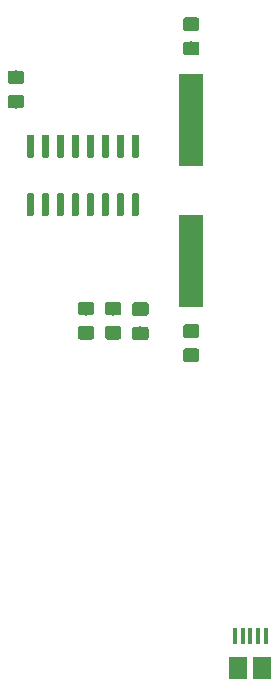
<source format=gbr>
%TF.GenerationSoftware,KiCad,Pcbnew,(5.1.2-1)-1*%
%TF.CreationDate,2019-08-17T10:29:18+10:00*%
%TF.ProjectId,GreengrassEntryHardware,47726565-6e67-4726-9173-73456e747279,v1.0*%
%TF.SameCoordinates,Original*%
%TF.FileFunction,Paste,Top*%
%TF.FilePolarity,Positive*%
%FSLAX46Y46*%
G04 Gerber Fmt 4.6, Leading zero omitted, Abs format (unit mm)*
G04 Created by KiCad (PCBNEW (5.1.2-1)-1) date 2019-08-17 10:29:18*
%MOMM*%
%LPD*%
G04 APERTURE LIST*
%ADD10C,0.150000*%
%ADD11C,0.600000*%
%ADD12C,1.150000*%
%ADD13R,2.000000X7.875000*%
%ADD14R,1.500000X1.900000*%
%ADD15R,0.400000X1.350000*%
G04 APERTURE END LIST*
D10*
G36*
X163844703Y-84925722D02*
G01*
X163859264Y-84927882D01*
X163873543Y-84931459D01*
X163887403Y-84936418D01*
X163900710Y-84942712D01*
X163913336Y-84950280D01*
X163925159Y-84959048D01*
X163936066Y-84968934D01*
X163945952Y-84979841D01*
X163954720Y-84991664D01*
X163962288Y-85004290D01*
X163968582Y-85017597D01*
X163973541Y-85031457D01*
X163977118Y-85045736D01*
X163979278Y-85060297D01*
X163980000Y-85075000D01*
X163980000Y-86725000D01*
X163979278Y-86739703D01*
X163977118Y-86754264D01*
X163973541Y-86768543D01*
X163968582Y-86782403D01*
X163962288Y-86795710D01*
X163954720Y-86808336D01*
X163945952Y-86820159D01*
X163936066Y-86831066D01*
X163925159Y-86840952D01*
X163913336Y-86849720D01*
X163900710Y-86857288D01*
X163887403Y-86863582D01*
X163873543Y-86868541D01*
X163859264Y-86872118D01*
X163844703Y-86874278D01*
X163830000Y-86875000D01*
X163530000Y-86875000D01*
X163515297Y-86874278D01*
X163500736Y-86872118D01*
X163486457Y-86868541D01*
X163472597Y-86863582D01*
X163459290Y-86857288D01*
X163446664Y-86849720D01*
X163434841Y-86840952D01*
X163423934Y-86831066D01*
X163414048Y-86820159D01*
X163405280Y-86808336D01*
X163397712Y-86795710D01*
X163391418Y-86782403D01*
X163386459Y-86768543D01*
X163382882Y-86754264D01*
X163380722Y-86739703D01*
X163380000Y-86725000D01*
X163380000Y-85075000D01*
X163380722Y-85060297D01*
X163382882Y-85045736D01*
X163386459Y-85031457D01*
X163391418Y-85017597D01*
X163397712Y-85004290D01*
X163405280Y-84991664D01*
X163414048Y-84979841D01*
X163423934Y-84968934D01*
X163434841Y-84959048D01*
X163446664Y-84950280D01*
X163459290Y-84942712D01*
X163472597Y-84936418D01*
X163486457Y-84931459D01*
X163500736Y-84927882D01*
X163515297Y-84925722D01*
X163530000Y-84925000D01*
X163830000Y-84925000D01*
X163844703Y-84925722D01*
X163844703Y-84925722D01*
G37*
D11*
X163680000Y-85900000D03*
D10*
G36*
X165114703Y-84925722D02*
G01*
X165129264Y-84927882D01*
X165143543Y-84931459D01*
X165157403Y-84936418D01*
X165170710Y-84942712D01*
X165183336Y-84950280D01*
X165195159Y-84959048D01*
X165206066Y-84968934D01*
X165215952Y-84979841D01*
X165224720Y-84991664D01*
X165232288Y-85004290D01*
X165238582Y-85017597D01*
X165243541Y-85031457D01*
X165247118Y-85045736D01*
X165249278Y-85060297D01*
X165250000Y-85075000D01*
X165250000Y-86725000D01*
X165249278Y-86739703D01*
X165247118Y-86754264D01*
X165243541Y-86768543D01*
X165238582Y-86782403D01*
X165232288Y-86795710D01*
X165224720Y-86808336D01*
X165215952Y-86820159D01*
X165206066Y-86831066D01*
X165195159Y-86840952D01*
X165183336Y-86849720D01*
X165170710Y-86857288D01*
X165157403Y-86863582D01*
X165143543Y-86868541D01*
X165129264Y-86872118D01*
X165114703Y-86874278D01*
X165100000Y-86875000D01*
X164800000Y-86875000D01*
X164785297Y-86874278D01*
X164770736Y-86872118D01*
X164756457Y-86868541D01*
X164742597Y-86863582D01*
X164729290Y-86857288D01*
X164716664Y-86849720D01*
X164704841Y-86840952D01*
X164693934Y-86831066D01*
X164684048Y-86820159D01*
X164675280Y-86808336D01*
X164667712Y-86795710D01*
X164661418Y-86782403D01*
X164656459Y-86768543D01*
X164652882Y-86754264D01*
X164650722Y-86739703D01*
X164650000Y-86725000D01*
X164650000Y-85075000D01*
X164650722Y-85060297D01*
X164652882Y-85045736D01*
X164656459Y-85031457D01*
X164661418Y-85017597D01*
X164667712Y-85004290D01*
X164675280Y-84991664D01*
X164684048Y-84979841D01*
X164693934Y-84968934D01*
X164704841Y-84959048D01*
X164716664Y-84950280D01*
X164729290Y-84942712D01*
X164742597Y-84936418D01*
X164756457Y-84931459D01*
X164770736Y-84927882D01*
X164785297Y-84925722D01*
X164800000Y-84925000D01*
X165100000Y-84925000D01*
X165114703Y-84925722D01*
X165114703Y-84925722D01*
G37*
D11*
X164950000Y-85900000D03*
D10*
G36*
X166384703Y-84925722D02*
G01*
X166399264Y-84927882D01*
X166413543Y-84931459D01*
X166427403Y-84936418D01*
X166440710Y-84942712D01*
X166453336Y-84950280D01*
X166465159Y-84959048D01*
X166476066Y-84968934D01*
X166485952Y-84979841D01*
X166494720Y-84991664D01*
X166502288Y-85004290D01*
X166508582Y-85017597D01*
X166513541Y-85031457D01*
X166517118Y-85045736D01*
X166519278Y-85060297D01*
X166520000Y-85075000D01*
X166520000Y-86725000D01*
X166519278Y-86739703D01*
X166517118Y-86754264D01*
X166513541Y-86768543D01*
X166508582Y-86782403D01*
X166502288Y-86795710D01*
X166494720Y-86808336D01*
X166485952Y-86820159D01*
X166476066Y-86831066D01*
X166465159Y-86840952D01*
X166453336Y-86849720D01*
X166440710Y-86857288D01*
X166427403Y-86863582D01*
X166413543Y-86868541D01*
X166399264Y-86872118D01*
X166384703Y-86874278D01*
X166370000Y-86875000D01*
X166070000Y-86875000D01*
X166055297Y-86874278D01*
X166040736Y-86872118D01*
X166026457Y-86868541D01*
X166012597Y-86863582D01*
X165999290Y-86857288D01*
X165986664Y-86849720D01*
X165974841Y-86840952D01*
X165963934Y-86831066D01*
X165954048Y-86820159D01*
X165945280Y-86808336D01*
X165937712Y-86795710D01*
X165931418Y-86782403D01*
X165926459Y-86768543D01*
X165922882Y-86754264D01*
X165920722Y-86739703D01*
X165920000Y-86725000D01*
X165920000Y-85075000D01*
X165920722Y-85060297D01*
X165922882Y-85045736D01*
X165926459Y-85031457D01*
X165931418Y-85017597D01*
X165937712Y-85004290D01*
X165945280Y-84991664D01*
X165954048Y-84979841D01*
X165963934Y-84968934D01*
X165974841Y-84959048D01*
X165986664Y-84950280D01*
X165999290Y-84942712D01*
X166012597Y-84936418D01*
X166026457Y-84931459D01*
X166040736Y-84927882D01*
X166055297Y-84925722D01*
X166070000Y-84925000D01*
X166370000Y-84925000D01*
X166384703Y-84925722D01*
X166384703Y-84925722D01*
G37*
D11*
X166220000Y-85900000D03*
D10*
G36*
X167654703Y-84925722D02*
G01*
X167669264Y-84927882D01*
X167683543Y-84931459D01*
X167697403Y-84936418D01*
X167710710Y-84942712D01*
X167723336Y-84950280D01*
X167735159Y-84959048D01*
X167746066Y-84968934D01*
X167755952Y-84979841D01*
X167764720Y-84991664D01*
X167772288Y-85004290D01*
X167778582Y-85017597D01*
X167783541Y-85031457D01*
X167787118Y-85045736D01*
X167789278Y-85060297D01*
X167790000Y-85075000D01*
X167790000Y-86725000D01*
X167789278Y-86739703D01*
X167787118Y-86754264D01*
X167783541Y-86768543D01*
X167778582Y-86782403D01*
X167772288Y-86795710D01*
X167764720Y-86808336D01*
X167755952Y-86820159D01*
X167746066Y-86831066D01*
X167735159Y-86840952D01*
X167723336Y-86849720D01*
X167710710Y-86857288D01*
X167697403Y-86863582D01*
X167683543Y-86868541D01*
X167669264Y-86872118D01*
X167654703Y-86874278D01*
X167640000Y-86875000D01*
X167340000Y-86875000D01*
X167325297Y-86874278D01*
X167310736Y-86872118D01*
X167296457Y-86868541D01*
X167282597Y-86863582D01*
X167269290Y-86857288D01*
X167256664Y-86849720D01*
X167244841Y-86840952D01*
X167233934Y-86831066D01*
X167224048Y-86820159D01*
X167215280Y-86808336D01*
X167207712Y-86795710D01*
X167201418Y-86782403D01*
X167196459Y-86768543D01*
X167192882Y-86754264D01*
X167190722Y-86739703D01*
X167190000Y-86725000D01*
X167190000Y-85075000D01*
X167190722Y-85060297D01*
X167192882Y-85045736D01*
X167196459Y-85031457D01*
X167201418Y-85017597D01*
X167207712Y-85004290D01*
X167215280Y-84991664D01*
X167224048Y-84979841D01*
X167233934Y-84968934D01*
X167244841Y-84959048D01*
X167256664Y-84950280D01*
X167269290Y-84942712D01*
X167282597Y-84936418D01*
X167296457Y-84931459D01*
X167310736Y-84927882D01*
X167325297Y-84925722D01*
X167340000Y-84925000D01*
X167640000Y-84925000D01*
X167654703Y-84925722D01*
X167654703Y-84925722D01*
G37*
D11*
X167490000Y-85900000D03*
D10*
G36*
X168924703Y-84925722D02*
G01*
X168939264Y-84927882D01*
X168953543Y-84931459D01*
X168967403Y-84936418D01*
X168980710Y-84942712D01*
X168993336Y-84950280D01*
X169005159Y-84959048D01*
X169016066Y-84968934D01*
X169025952Y-84979841D01*
X169034720Y-84991664D01*
X169042288Y-85004290D01*
X169048582Y-85017597D01*
X169053541Y-85031457D01*
X169057118Y-85045736D01*
X169059278Y-85060297D01*
X169060000Y-85075000D01*
X169060000Y-86725000D01*
X169059278Y-86739703D01*
X169057118Y-86754264D01*
X169053541Y-86768543D01*
X169048582Y-86782403D01*
X169042288Y-86795710D01*
X169034720Y-86808336D01*
X169025952Y-86820159D01*
X169016066Y-86831066D01*
X169005159Y-86840952D01*
X168993336Y-86849720D01*
X168980710Y-86857288D01*
X168967403Y-86863582D01*
X168953543Y-86868541D01*
X168939264Y-86872118D01*
X168924703Y-86874278D01*
X168910000Y-86875000D01*
X168610000Y-86875000D01*
X168595297Y-86874278D01*
X168580736Y-86872118D01*
X168566457Y-86868541D01*
X168552597Y-86863582D01*
X168539290Y-86857288D01*
X168526664Y-86849720D01*
X168514841Y-86840952D01*
X168503934Y-86831066D01*
X168494048Y-86820159D01*
X168485280Y-86808336D01*
X168477712Y-86795710D01*
X168471418Y-86782403D01*
X168466459Y-86768543D01*
X168462882Y-86754264D01*
X168460722Y-86739703D01*
X168460000Y-86725000D01*
X168460000Y-85075000D01*
X168460722Y-85060297D01*
X168462882Y-85045736D01*
X168466459Y-85031457D01*
X168471418Y-85017597D01*
X168477712Y-85004290D01*
X168485280Y-84991664D01*
X168494048Y-84979841D01*
X168503934Y-84968934D01*
X168514841Y-84959048D01*
X168526664Y-84950280D01*
X168539290Y-84942712D01*
X168552597Y-84936418D01*
X168566457Y-84931459D01*
X168580736Y-84927882D01*
X168595297Y-84925722D01*
X168610000Y-84925000D01*
X168910000Y-84925000D01*
X168924703Y-84925722D01*
X168924703Y-84925722D01*
G37*
D11*
X168760000Y-85900000D03*
D10*
G36*
X170194703Y-84925722D02*
G01*
X170209264Y-84927882D01*
X170223543Y-84931459D01*
X170237403Y-84936418D01*
X170250710Y-84942712D01*
X170263336Y-84950280D01*
X170275159Y-84959048D01*
X170286066Y-84968934D01*
X170295952Y-84979841D01*
X170304720Y-84991664D01*
X170312288Y-85004290D01*
X170318582Y-85017597D01*
X170323541Y-85031457D01*
X170327118Y-85045736D01*
X170329278Y-85060297D01*
X170330000Y-85075000D01*
X170330000Y-86725000D01*
X170329278Y-86739703D01*
X170327118Y-86754264D01*
X170323541Y-86768543D01*
X170318582Y-86782403D01*
X170312288Y-86795710D01*
X170304720Y-86808336D01*
X170295952Y-86820159D01*
X170286066Y-86831066D01*
X170275159Y-86840952D01*
X170263336Y-86849720D01*
X170250710Y-86857288D01*
X170237403Y-86863582D01*
X170223543Y-86868541D01*
X170209264Y-86872118D01*
X170194703Y-86874278D01*
X170180000Y-86875000D01*
X169880000Y-86875000D01*
X169865297Y-86874278D01*
X169850736Y-86872118D01*
X169836457Y-86868541D01*
X169822597Y-86863582D01*
X169809290Y-86857288D01*
X169796664Y-86849720D01*
X169784841Y-86840952D01*
X169773934Y-86831066D01*
X169764048Y-86820159D01*
X169755280Y-86808336D01*
X169747712Y-86795710D01*
X169741418Y-86782403D01*
X169736459Y-86768543D01*
X169732882Y-86754264D01*
X169730722Y-86739703D01*
X169730000Y-86725000D01*
X169730000Y-85075000D01*
X169730722Y-85060297D01*
X169732882Y-85045736D01*
X169736459Y-85031457D01*
X169741418Y-85017597D01*
X169747712Y-85004290D01*
X169755280Y-84991664D01*
X169764048Y-84979841D01*
X169773934Y-84968934D01*
X169784841Y-84959048D01*
X169796664Y-84950280D01*
X169809290Y-84942712D01*
X169822597Y-84936418D01*
X169836457Y-84931459D01*
X169850736Y-84927882D01*
X169865297Y-84925722D01*
X169880000Y-84925000D01*
X170180000Y-84925000D01*
X170194703Y-84925722D01*
X170194703Y-84925722D01*
G37*
D11*
X170030000Y-85900000D03*
D10*
G36*
X171464703Y-84925722D02*
G01*
X171479264Y-84927882D01*
X171493543Y-84931459D01*
X171507403Y-84936418D01*
X171520710Y-84942712D01*
X171533336Y-84950280D01*
X171545159Y-84959048D01*
X171556066Y-84968934D01*
X171565952Y-84979841D01*
X171574720Y-84991664D01*
X171582288Y-85004290D01*
X171588582Y-85017597D01*
X171593541Y-85031457D01*
X171597118Y-85045736D01*
X171599278Y-85060297D01*
X171600000Y-85075000D01*
X171600000Y-86725000D01*
X171599278Y-86739703D01*
X171597118Y-86754264D01*
X171593541Y-86768543D01*
X171588582Y-86782403D01*
X171582288Y-86795710D01*
X171574720Y-86808336D01*
X171565952Y-86820159D01*
X171556066Y-86831066D01*
X171545159Y-86840952D01*
X171533336Y-86849720D01*
X171520710Y-86857288D01*
X171507403Y-86863582D01*
X171493543Y-86868541D01*
X171479264Y-86872118D01*
X171464703Y-86874278D01*
X171450000Y-86875000D01*
X171150000Y-86875000D01*
X171135297Y-86874278D01*
X171120736Y-86872118D01*
X171106457Y-86868541D01*
X171092597Y-86863582D01*
X171079290Y-86857288D01*
X171066664Y-86849720D01*
X171054841Y-86840952D01*
X171043934Y-86831066D01*
X171034048Y-86820159D01*
X171025280Y-86808336D01*
X171017712Y-86795710D01*
X171011418Y-86782403D01*
X171006459Y-86768543D01*
X171002882Y-86754264D01*
X171000722Y-86739703D01*
X171000000Y-86725000D01*
X171000000Y-85075000D01*
X171000722Y-85060297D01*
X171002882Y-85045736D01*
X171006459Y-85031457D01*
X171011418Y-85017597D01*
X171017712Y-85004290D01*
X171025280Y-84991664D01*
X171034048Y-84979841D01*
X171043934Y-84968934D01*
X171054841Y-84959048D01*
X171066664Y-84950280D01*
X171079290Y-84942712D01*
X171092597Y-84936418D01*
X171106457Y-84931459D01*
X171120736Y-84927882D01*
X171135297Y-84925722D01*
X171150000Y-84925000D01*
X171450000Y-84925000D01*
X171464703Y-84925722D01*
X171464703Y-84925722D01*
G37*
D11*
X171300000Y-85900000D03*
D10*
G36*
X172734703Y-84925722D02*
G01*
X172749264Y-84927882D01*
X172763543Y-84931459D01*
X172777403Y-84936418D01*
X172790710Y-84942712D01*
X172803336Y-84950280D01*
X172815159Y-84959048D01*
X172826066Y-84968934D01*
X172835952Y-84979841D01*
X172844720Y-84991664D01*
X172852288Y-85004290D01*
X172858582Y-85017597D01*
X172863541Y-85031457D01*
X172867118Y-85045736D01*
X172869278Y-85060297D01*
X172870000Y-85075000D01*
X172870000Y-86725000D01*
X172869278Y-86739703D01*
X172867118Y-86754264D01*
X172863541Y-86768543D01*
X172858582Y-86782403D01*
X172852288Y-86795710D01*
X172844720Y-86808336D01*
X172835952Y-86820159D01*
X172826066Y-86831066D01*
X172815159Y-86840952D01*
X172803336Y-86849720D01*
X172790710Y-86857288D01*
X172777403Y-86863582D01*
X172763543Y-86868541D01*
X172749264Y-86872118D01*
X172734703Y-86874278D01*
X172720000Y-86875000D01*
X172420000Y-86875000D01*
X172405297Y-86874278D01*
X172390736Y-86872118D01*
X172376457Y-86868541D01*
X172362597Y-86863582D01*
X172349290Y-86857288D01*
X172336664Y-86849720D01*
X172324841Y-86840952D01*
X172313934Y-86831066D01*
X172304048Y-86820159D01*
X172295280Y-86808336D01*
X172287712Y-86795710D01*
X172281418Y-86782403D01*
X172276459Y-86768543D01*
X172272882Y-86754264D01*
X172270722Y-86739703D01*
X172270000Y-86725000D01*
X172270000Y-85075000D01*
X172270722Y-85060297D01*
X172272882Y-85045736D01*
X172276459Y-85031457D01*
X172281418Y-85017597D01*
X172287712Y-85004290D01*
X172295280Y-84991664D01*
X172304048Y-84979841D01*
X172313934Y-84968934D01*
X172324841Y-84959048D01*
X172336664Y-84950280D01*
X172349290Y-84942712D01*
X172362597Y-84936418D01*
X172376457Y-84931459D01*
X172390736Y-84927882D01*
X172405297Y-84925722D01*
X172420000Y-84925000D01*
X172720000Y-84925000D01*
X172734703Y-84925722D01*
X172734703Y-84925722D01*
G37*
D11*
X172570000Y-85900000D03*
D10*
G36*
X172734703Y-89875722D02*
G01*
X172749264Y-89877882D01*
X172763543Y-89881459D01*
X172777403Y-89886418D01*
X172790710Y-89892712D01*
X172803336Y-89900280D01*
X172815159Y-89909048D01*
X172826066Y-89918934D01*
X172835952Y-89929841D01*
X172844720Y-89941664D01*
X172852288Y-89954290D01*
X172858582Y-89967597D01*
X172863541Y-89981457D01*
X172867118Y-89995736D01*
X172869278Y-90010297D01*
X172870000Y-90025000D01*
X172870000Y-91675000D01*
X172869278Y-91689703D01*
X172867118Y-91704264D01*
X172863541Y-91718543D01*
X172858582Y-91732403D01*
X172852288Y-91745710D01*
X172844720Y-91758336D01*
X172835952Y-91770159D01*
X172826066Y-91781066D01*
X172815159Y-91790952D01*
X172803336Y-91799720D01*
X172790710Y-91807288D01*
X172777403Y-91813582D01*
X172763543Y-91818541D01*
X172749264Y-91822118D01*
X172734703Y-91824278D01*
X172720000Y-91825000D01*
X172420000Y-91825000D01*
X172405297Y-91824278D01*
X172390736Y-91822118D01*
X172376457Y-91818541D01*
X172362597Y-91813582D01*
X172349290Y-91807288D01*
X172336664Y-91799720D01*
X172324841Y-91790952D01*
X172313934Y-91781066D01*
X172304048Y-91770159D01*
X172295280Y-91758336D01*
X172287712Y-91745710D01*
X172281418Y-91732403D01*
X172276459Y-91718543D01*
X172272882Y-91704264D01*
X172270722Y-91689703D01*
X172270000Y-91675000D01*
X172270000Y-90025000D01*
X172270722Y-90010297D01*
X172272882Y-89995736D01*
X172276459Y-89981457D01*
X172281418Y-89967597D01*
X172287712Y-89954290D01*
X172295280Y-89941664D01*
X172304048Y-89929841D01*
X172313934Y-89918934D01*
X172324841Y-89909048D01*
X172336664Y-89900280D01*
X172349290Y-89892712D01*
X172362597Y-89886418D01*
X172376457Y-89881459D01*
X172390736Y-89877882D01*
X172405297Y-89875722D01*
X172420000Y-89875000D01*
X172720000Y-89875000D01*
X172734703Y-89875722D01*
X172734703Y-89875722D01*
G37*
D11*
X172570000Y-90850000D03*
D10*
G36*
X171464703Y-89875722D02*
G01*
X171479264Y-89877882D01*
X171493543Y-89881459D01*
X171507403Y-89886418D01*
X171520710Y-89892712D01*
X171533336Y-89900280D01*
X171545159Y-89909048D01*
X171556066Y-89918934D01*
X171565952Y-89929841D01*
X171574720Y-89941664D01*
X171582288Y-89954290D01*
X171588582Y-89967597D01*
X171593541Y-89981457D01*
X171597118Y-89995736D01*
X171599278Y-90010297D01*
X171600000Y-90025000D01*
X171600000Y-91675000D01*
X171599278Y-91689703D01*
X171597118Y-91704264D01*
X171593541Y-91718543D01*
X171588582Y-91732403D01*
X171582288Y-91745710D01*
X171574720Y-91758336D01*
X171565952Y-91770159D01*
X171556066Y-91781066D01*
X171545159Y-91790952D01*
X171533336Y-91799720D01*
X171520710Y-91807288D01*
X171507403Y-91813582D01*
X171493543Y-91818541D01*
X171479264Y-91822118D01*
X171464703Y-91824278D01*
X171450000Y-91825000D01*
X171150000Y-91825000D01*
X171135297Y-91824278D01*
X171120736Y-91822118D01*
X171106457Y-91818541D01*
X171092597Y-91813582D01*
X171079290Y-91807288D01*
X171066664Y-91799720D01*
X171054841Y-91790952D01*
X171043934Y-91781066D01*
X171034048Y-91770159D01*
X171025280Y-91758336D01*
X171017712Y-91745710D01*
X171011418Y-91732403D01*
X171006459Y-91718543D01*
X171002882Y-91704264D01*
X171000722Y-91689703D01*
X171000000Y-91675000D01*
X171000000Y-90025000D01*
X171000722Y-90010297D01*
X171002882Y-89995736D01*
X171006459Y-89981457D01*
X171011418Y-89967597D01*
X171017712Y-89954290D01*
X171025280Y-89941664D01*
X171034048Y-89929841D01*
X171043934Y-89918934D01*
X171054841Y-89909048D01*
X171066664Y-89900280D01*
X171079290Y-89892712D01*
X171092597Y-89886418D01*
X171106457Y-89881459D01*
X171120736Y-89877882D01*
X171135297Y-89875722D01*
X171150000Y-89875000D01*
X171450000Y-89875000D01*
X171464703Y-89875722D01*
X171464703Y-89875722D01*
G37*
D11*
X171300000Y-90850000D03*
D10*
G36*
X170194703Y-89875722D02*
G01*
X170209264Y-89877882D01*
X170223543Y-89881459D01*
X170237403Y-89886418D01*
X170250710Y-89892712D01*
X170263336Y-89900280D01*
X170275159Y-89909048D01*
X170286066Y-89918934D01*
X170295952Y-89929841D01*
X170304720Y-89941664D01*
X170312288Y-89954290D01*
X170318582Y-89967597D01*
X170323541Y-89981457D01*
X170327118Y-89995736D01*
X170329278Y-90010297D01*
X170330000Y-90025000D01*
X170330000Y-91675000D01*
X170329278Y-91689703D01*
X170327118Y-91704264D01*
X170323541Y-91718543D01*
X170318582Y-91732403D01*
X170312288Y-91745710D01*
X170304720Y-91758336D01*
X170295952Y-91770159D01*
X170286066Y-91781066D01*
X170275159Y-91790952D01*
X170263336Y-91799720D01*
X170250710Y-91807288D01*
X170237403Y-91813582D01*
X170223543Y-91818541D01*
X170209264Y-91822118D01*
X170194703Y-91824278D01*
X170180000Y-91825000D01*
X169880000Y-91825000D01*
X169865297Y-91824278D01*
X169850736Y-91822118D01*
X169836457Y-91818541D01*
X169822597Y-91813582D01*
X169809290Y-91807288D01*
X169796664Y-91799720D01*
X169784841Y-91790952D01*
X169773934Y-91781066D01*
X169764048Y-91770159D01*
X169755280Y-91758336D01*
X169747712Y-91745710D01*
X169741418Y-91732403D01*
X169736459Y-91718543D01*
X169732882Y-91704264D01*
X169730722Y-91689703D01*
X169730000Y-91675000D01*
X169730000Y-90025000D01*
X169730722Y-90010297D01*
X169732882Y-89995736D01*
X169736459Y-89981457D01*
X169741418Y-89967597D01*
X169747712Y-89954290D01*
X169755280Y-89941664D01*
X169764048Y-89929841D01*
X169773934Y-89918934D01*
X169784841Y-89909048D01*
X169796664Y-89900280D01*
X169809290Y-89892712D01*
X169822597Y-89886418D01*
X169836457Y-89881459D01*
X169850736Y-89877882D01*
X169865297Y-89875722D01*
X169880000Y-89875000D01*
X170180000Y-89875000D01*
X170194703Y-89875722D01*
X170194703Y-89875722D01*
G37*
D11*
X170030000Y-90850000D03*
D10*
G36*
X168924703Y-89875722D02*
G01*
X168939264Y-89877882D01*
X168953543Y-89881459D01*
X168967403Y-89886418D01*
X168980710Y-89892712D01*
X168993336Y-89900280D01*
X169005159Y-89909048D01*
X169016066Y-89918934D01*
X169025952Y-89929841D01*
X169034720Y-89941664D01*
X169042288Y-89954290D01*
X169048582Y-89967597D01*
X169053541Y-89981457D01*
X169057118Y-89995736D01*
X169059278Y-90010297D01*
X169060000Y-90025000D01*
X169060000Y-91675000D01*
X169059278Y-91689703D01*
X169057118Y-91704264D01*
X169053541Y-91718543D01*
X169048582Y-91732403D01*
X169042288Y-91745710D01*
X169034720Y-91758336D01*
X169025952Y-91770159D01*
X169016066Y-91781066D01*
X169005159Y-91790952D01*
X168993336Y-91799720D01*
X168980710Y-91807288D01*
X168967403Y-91813582D01*
X168953543Y-91818541D01*
X168939264Y-91822118D01*
X168924703Y-91824278D01*
X168910000Y-91825000D01*
X168610000Y-91825000D01*
X168595297Y-91824278D01*
X168580736Y-91822118D01*
X168566457Y-91818541D01*
X168552597Y-91813582D01*
X168539290Y-91807288D01*
X168526664Y-91799720D01*
X168514841Y-91790952D01*
X168503934Y-91781066D01*
X168494048Y-91770159D01*
X168485280Y-91758336D01*
X168477712Y-91745710D01*
X168471418Y-91732403D01*
X168466459Y-91718543D01*
X168462882Y-91704264D01*
X168460722Y-91689703D01*
X168460000Y-91675000D01*
X168460000Y-90025000D01*
X168460722Y-90010297D01*
X168462882Y-89995736D01*
X168466459Y-89981457D01*
X168471418Y-89967597D01*
X168477712Y-89954290D01*
X168485280Y-89941664D01*
X168494048Y-89929841D01*
X168503934Y-89918934D01*
X168514841Y-89909048D01*
X168526664Y-89900280D01*
X168539290Y-89892712D01*
X168552597Y-89886418D01*
X168566457Y-89881459D01*
X168580736Y-89877882D01*
X168595297Y-89875722D01*
X168610000Y-89875000D01*
X168910000Y-89875000D01*
X168924703Y-89875722D01*
X168924703Y-89875722D01*
G37*
D11*
X168760000Y-90850000D03*
D10*
G36*
X167654703Y-89875722D02*
G01*
X167669264Y-89877882D01*
X167683543Y-89881459D01*
X167697403Y-89886418D01*
X167710710Y-89892712D01*
X167723336Y-89900280D01*
X167735159Y-89909048D01*
X167746066Y-89918934D01*
X167755952Y-89929841D01*
X167764720Y-89941664D01*
X167772288Y-89954290D01*
X167778582Y-89967597D01*
X167783541Y-89981457D01*
X167787118Y-89995736D01*
X167789278Y-90010297D01*
X167790000Y-90025000D01*
X167790000Y-91675000D01*
X167789278Y-91689703D01*
X167787118Y-91704264D01*
X167783541Y-91718543D01*
X167778582Y-91732403D01*
X167772288Y-91745710D01*
X167764720Y-91758336D01*
X167755952Y-91770159D01*
X167746066Y-91781066D01*
X167735159Y-91790952D01*
X167723336Y-91799720D01*
X167710710Y-91807288D01*
X167697403Y-91813582D01*
X167683543Y-91818541D01*
X167669264Y-91822118D01*
X167654703Y-91824278D01*
X167640000Y-91825000D01*
X167340000Y-91825000D01*
X167325297Y-91824278D01*
X167310736Y-91822118D01*
X167296457Y-91818541D01*
X167282597Y-91813582D01*
X167269290Y-91807288D01*
X167256664Y-91799720D01*
X167244841Y-91790952D01*
X167233934Y-91781066D01*
X167224048Y-91770159D01*
X167215280Y-91758336D01*
X167207712Y-91745710D01*
X167201418Y-91732403D01*
X167196459Y-91718543D01*
X167192882Y-91704264D01*
X167190722Y-91689703D01*
X167190000Y-91675000D01*
X167190000Y-90025000D01*
X167190722Y-90010297D01*
X167192882Y-89995736D01*
X167196459Y-89981457D01*
X167201418Y-89967597D01*
X167207712Y-89954290D01*
X167215280Y-89941664D01*
X167224048Y-89929841D01*
X167233934Y-89918934D01*
X167244841Y-89909048D01*
X167256664Y-89900280D01*
X167269290Y-89892712D01*
X167282597Y-89886418D01*
X167296457Y-89881459D01*
X167310736Y-89877882D01*
X167325297Y-89875722D01*
X167340000Y-89875000D01*
X167640000Y-89875000D01*
X167654703Y-89875722D01*
X167654703Y-89875722D01*
G37*
D11*
X167490000Y-90850000D03*
D10*
G36*
X166384703Y-89875722D02*
G01*
X166399264Y-89877882D01*
X166413543Y-89881459D01*
X166427403Y-89886418D01*
X166440710Y-89892712D01*
X166453336Y-89900280D01*
X166465159Y-89909048D01*
X166476066Y-89918934D01*
X166485952Y-89929841D01*
X166494720Y-89941664D01*
X166502288Y-89954290D01*
X166508582Y-89967597D01*
X166513541Y-89981457D01*
X166517118Y-89995736D01*
X166519278Y-90010297D01*
X166520000Y-90025000D01*
X166520000Y-91675000D01*
X166519278Y-91689703D01*
X166517118Y-91704264D01*
X166513541Y-91718543D01*
X166508582Y-91732403D01*
X166502288Y-91745710D01*
X166494720Y-91758336D01*
X166485952Y-91770159D01*
X166476066Y-91781066D01*
X166465159Y-91790952D01*
X166453336Y-91799720D01*
X166440710Y-91807288D01*
X166427403Y-91813582D01*
X166413543Y-91818541D01*
X166399264Y-91822118D01*
X166384703Y-91824278D01*
X166370000Y-91825000D01*
X166070000Y-91825000D01*
X166055297Y-91824278D01*
X166040736Y-91822118D01*
X166026457Y-91818541D01*
X166012597Y-91813582D01*
X165999290Y-91807288D01*
X165986664Y-91799720D01*
X165974841Y-91790952D01*
X165963934Y-91781066D01*
X165954048Y-91770159D01*
X165945280Y-91758336D01*
X165937712Y-91745710D01*
X165931418Y-91732403D01*
X165926459Y-91718543D01*
X165922882Y-91704264D01*
X165920722Y-91689703D01*
X165920000Y-91675000D01*
X165920000Y-90025000D01*
X165920722Y-90010297D01*
X165922882Y-89995736D01*
X165926459Y-89981457D01*
X165931418Y-89967597D01*
X165937712Y-89954290D01*
X165945280Y-89941664D01*
X165954048Y-89929841D01*
X165963934Y-89918934D01*
X165974841Y-89909048D01*
X165986664Y-89900280D01*
X165999290Y-89892712D01*
X166012597Y-89886418D01*
X166026457Y-89881459D01*
X166040736Y-89877882D01*
X166055297Y-89875722D01*
X166070000Y-89875000D01*
X166370000Y-89875000D01*
X166384703Y-89875722D01*
X166384703Y-89875722D01*
G37*
D11*
X166220000Y-90850000D03*
D10*
G36*
X165114703Y-89875722D02*
G01*
X165129264Y-89877882D01*
X165143543Y-89881459D01*
X165157403Y-89886418D01*
X165170710Y-89892712D01*
X165183336Y-89900280D01*
X165195159Y-89909048D01*
X165206066Y-89918934D01*
X165215952Y-89929841D01*
X165224720Y-89941664D01*
X165232288Y-89954290D01*
X165238582Y-89967597D01*
X165243541Y-89981457D01*
X165247118Y-89995736D01*
X165249278Y-90010297D01*
X165250000Y-90025000D01*
X165250000Y-91675000D01*
X165249278Y-91689703D01*
X165247118Y-91704264D01*
X165243541Y-91718543D01*
X165238582Y-91732403D01*
X165232288Y-91745710D01*
X165224720Y-91758336D01*
X165215952Y-91770159D01*
X165206066Y-91781066D01*
X165195159Y-91790952D01*
X165183336Y-91799720D01*
X165170710Y-91807288D01*
X165157403Y-91813582D01*
X165143543Y-91818541D01*
X165129264Y-91822118D01*
X165114703Y-91824278D01*
X165100000Y-91825000D01*
X164800000Y-91825000D01*
X164785297Y-91824278D01*
X164770736Y-91822118D01*
X164756457Y-91818541D01*
X164742597Y-91813582D01*
X164729290Y-91807288D01*
X164716664Y-91799720D01*
X164704841Y-91790952D01*
X164693934Y-91781066D01*
X164684048Y-91770159D01*
X164675280Y-91758336D01*
X164667712Y-91745710D01*
X164661418Y-91732403D01*
X164656459Y-91718543D01*
X164652882Y-91704264D01*
X164650722Y-91689703D01*
X164650000Y-91675000D01*
X164650000Y-90025000D01*
X164650722Y-90010297D01*
X164652882Y-89995736D01*
X164656459Y-89981457D01*
X164661418Y-89967597D01*
X164667712Y-89954290D01*
X164675280Y-89941664D01*
X164684048Y-89929841D01*
X164693934Y-89918934D01*
X164704841Y-89909048D01*
X164716664Y-89900280D01*
X164729290Y-89892712D01*
X164742597Y-89886418D01*
X164756457Y-89881459D01*
X164770736Y-89877882D01*
X164785297Y-89875722D01*
X164800000Y-89875000D01*
X165100000Y-89875000D01*
X165114703Y-89875722D01*
X165114703Y-89875722D01*
G37*
D11*
X164950000Y-90850000D03*
D10*
G36*
X163844703Y-89875722D02*
G01*
X163859264Y-89877882D01*
X163873543Y-89881459D01*
X163887403Y-89886418D01*
X163900710Y-89892712D01*
X163913336Y-89900280D01*
X163925159Y-89909048D01*
X163936066Y-89918934D01*
X163945952Y-89929841D01*
X163954720Y-89941664D01*
X163962288Y-89954290D01*
X163968582Y-89967597D01*
X163973541Y-89981457D01*
X163977118Y-89995736D01*
X163979278Y-90010297D01*
X163980000Y-90025000D01*
X163980000Y-91675000D01*
X163979278Y-91689703D01*
X163977118Y-91704264D01*
X163973541Y-91718543D01*
X163968582Y-91732403D01*
X163962288Y-91745710D01*
X163954720Y-91758336D01*
X163945952Y-91770159D01*
X163936066Y-91781066D01*
X163925159Y-91790952D01*
X163913336Y-91799720D01*
X163900710Y-91807288D01*
X163887403Y-91813582D01*
X163873543Y-91818541D01*
X163859264Y-91822118D01*
X163844703Y-91824278D01*
X163830000Y-91825000D01*
X163530000Y-91825000D01*
X163515297Y-91824278D01*
X163500736Y-91822118D01*
X163486457Y-91818541D01*
X163472597Y-91813582D01*
X163459290Y-91807288D01*
X163446664Y-91799720D01*
X163434841Y-91790952D01*
X163423934Y-91781066D01*
X163414048Y-91770159D01*
X163405280Y-91758336D01*
X163397712Y-91745710D01*
X163391418Y-91732403D01*
X163386459Y-91718543D01*
X163382882Y-91704264D01*
X163380722Y-91689703D01*
X163380000Y-91675000D01*
X163380000Y-90025000D01*
X163380722Y-90010297D01*
X163382882Y-89995736D01*
X163386459Y-89981457D01*
X163391418Y-89967597D01*
X163397712Y-89954290D01*
X163405280Y-89941664D01*
X163414048Y-89929841D01*
X163423934Y-89918934D01*
X163434841Y-89909048D01*
X163446664Y-89900280D01*
X163459290Y-89892712D01*
X163472597Y-89886418D01*
X163486457Y-89881459D01*
X163500736Y-89877882D01*
X163515297Y-89875722D01*
X163530000Y-89875000D01*
X163830000Y-89875000D01*
X163844703Y-89875722D01*
X163844703Y-89875722D01*
G37*
D11*
X163680000Y-90850000D03*
D10*
G36*
X171174505Y-99076204D02*
G01*
X171198773Y-99079804D01*
X171222572Y-99085765D01*
X171245671Y-99094030D01*
X171267850Y-99104520D01*
X171288893Y-99117132D01*
X171308599Y-99131747D01*
X171326777Y-99148223D01*
X171343253Y-99166401D01*
X171357868Y-99186107D01*
X171370480Y-99207150D01*
X171380970Y-99229329D01*
X171389235Y-99252428D01*
X171395196Y-99276227D01*
X171398796Y-99300495D01*
X171400000Y-99324999D01*
X171400000Y-99975001D01*
X171398796Y-99999505D01*
X171395196Y-100023773D01*
X171389235Y-100047572D01*
X171380970Y-100070671D01*
X171370480Y-100092850D01*
X171357868Y-100113893D01*
X171343253Y-100133599D01*
X171326777Y-100151777D01*
X171308599Y-100168253D01*
X171288893Y-100182868D01*
X171267850Y-100195480D01*
X171245671Y-100205970D01*
X171222572Y-100214235D01*
X171198773Y-100220196D01*
X171174505Y-100223796D01*
X171150001Y-100225000D01*
X170249999Y-100225000D01*
X170225495Y-100223796D01*
X170201227Y-100220196D01*
X170177428Y-100214235D01*
X170154329Y-100205970D01*
X170132150Y-100195480D01*
X170111107Y-100182868D01*
X170091401Y-100168253D01*
X170073223Y-100151777D01*
X170056747Y-100133599D01*
X170042132Y-100113893D01*
X170029520Y-100092850D01*
X170019030Y-100070671D01*
X170010765Y-100047572D01*
X170004804Y-100023773D01*
X170001204Y-99999505D01*
X170000000Y-99975001D01*
X170000000Y-99324999D01*
X170001204Y-99300495D01*
X170004804Y-99276227D01*
X170010765Y-99252428D01*
X170019030Y-99229329D01*
X170029520Y-99207150D01*
X170042132Y-99186107D01*
X170056747Y-99166401D01*
X170073223Y-99148223D01*
X170091401Y-99131747D01*
X170111107Y-99117132D01*
X170132150Y-99104520D01*
X170154329Y-99094030D01*
X170177428Y-99085765D01*
X170201227Y-99079804D01*
X170225495Y-99076204D01*
X170249999Y-99075000D01*
X171150001Y-99075000D01*
X171174505Y-99076204D01*
X171174505Y-99076204D01*
G37*
D12*
X170700000Y-99650000D03*
D10*
G36*
X171174505Y-101126204D02*
G01*
X171198773Y-101129804D01*
X171222572Y-101135765D01*
X171245671Y-101144030D01*
X171267850Y-101154520D01*
X171288893Y-101167132D01*
X171308599Y-101181747D01*
X171326777Y-101198223D01*
X171343253Y-101216401D01*
X171357868Y-101236107D01*
X171370480Y-101257150D01*
X171380970Y-101279329D01*
X171389235Y-101302428D01*
X171395196Y-101326227D01*
X171398796Y-101350495D01*
X171400000Y-101374999D01*
X171400000Y-102025001D01*
X171398796Y-102049505D01*
X171395196Y-102073773D01*
X171389235Y-102097572D01*
X171380970Y-102120671D01*
X171370480Y-102142850D01*
X171357868Y-102163893D01*
X171343253Y-102183599D01*
X171326777Y-102201777D01*
X171308599Y-102218253D01*
X171288893Y-102232868D01*
X171267850Y-102245480D01*
X171245671Y-102255970D01*
X171222572Y-102264235D01*
X171198773Y-102270196D01*
X171174505Y-102273796D01*
X171150001Y-102275000D01*
X170249999Y-102275000D01*
X170225495Y-102273796D01*
X170201227Y-102270196D01*
X170177428Y-102264235D01*
X170154329Y-102255970D01*
X170132150Y-102245480D01*
X170111107Y-102232868D01*
X170091401Y-102218253D01*
X170073223Y-102201777D01*
X170056747Y-102183599D01*
X170042132Y-102163893D01*
X170029520Y-102142850D01*
X170019030Y-102120671D01*
X170010765Y-102097572D01*
X170004804Y-102073773D01*
X170001204Y-102049505D01*
X170000000Y-102025001D01*
X170000000Y-101374999D01*
X170001204Y-101350495D01*
X170004804Y-101326227D01*
X170010765Y-101302428D01*
X170019030Y-101279329D01*
X170029520Y-101257150D01*
X170042132Y-101236107D01*
X170056747Y-101216401D01*
X170073223Y-101198223D01*
X170091401Y-101181747D01*
X170111107Y-101167132D01*
X170132150Y-101154520D01*
X170154329Y-101144030D01*
X170177428Y-101135765D01*
X170201227Y-101129804D01*
X170225495Y-101126204D01*
X170249999Y-101125000D01*
X171150001Y-101125000D01*
X171174505Y-101126204D01*
X171174505Y-101126204D01*
G37*
D12*
X170700000Y-101700000D03*
D10*
G36*
X173474505Y-101176204D02*
G01*
X173498773Y-101179804D01*
X173522572Y-101185765D01*
X173545671Y-101194030D01*
X173567850Y-101204520D01*
X173588893Y-101217132D01*
X173608599Y-101231747D01*
X173626777Y-101248223D01*
X173643253Y-101266401D01*
X173657868Y-101286107D01*
X173670480Y-101307150D01*
X173680970Y-101329329D01*
X173689235Y-101352428D01*
X173695196Y-101376227D01*
X173698796Y-101400495D01*
X173700000Y-101424999D01*
X173700000Y-102075001D01*
X173698796Y-102099505D01*
X173695196Y-102123773D01*
X173689235Y-102147572D01*
X173680970Y-102170671D01*
X173670480Y-102192850D01*
X173657868Y-102213893D01*
X173643253Y-102233599D01*
X173626777Y-102251777D01*
X173608599Y-102268253D01*
X173588893Y-102282868D01*
X173567850Y-102295480D01*
X173545671Y-102305970D01*
X173522572Y-102314235D01*
X173498773Y-102320196D01*
X173474505Y-102323796D01*
X173450001Y-102325000D01*
X172549999Y-102325000D01*
X172525495Y-102323796D01*
X172501227Y-102320196D01*
X172477428Y-102314235D01*
X172454329Y-102305970D01*
X172432150Y-102295480D01*
X172411107Y-102282868D01*
X172391401Y-102268253D01*
X172373223Y-102251777D01*
X172356747Y-102233599D01*
X172342132Y-102213893D01*
X172329520Y-102192850D01*
X172319030Y-102170671D01*
X172310765Y-102147572D01*
X172304804Y-102123773D01*
X172301204Y-102099505D01*
X172300000Y-102075001D01*
X172300000Y-101424999D01*
X172301204Y-101400495D01*
X172304804Y-101376227D01*
X172310765Y-101352428D01*
X172319030Y-101329329D01*
X172329520Y-101307150D01*
X172342132Y-101286107D01*
X172356747Y-101266401D01*
X172373223Y-101248223D01*
X172391401Y-101231747D01*
X172411107Y-101217132D01*
X172432150Y-101204520D01*
X172454329Y-101194030D01*
X172477428Y-101185765D01*
X172501227Y-101179804D01*
X172525495Y-101176204D01*
X172549999Y-101175000D01*
X173450001Y-101175000D01*
X173474505Y-101176204D01*
X173474505Y-101176204D01*
G37*
D12*
X173000000Y-101750000D03*
D10*
G36*
X173474505Y-99126204D02*
G01*
X173498773Y-99129804D01*
X173522572Y-99135765D01*
X173545671Y-99144030D01*
X173567850Y-99154520D01*
X173588893Y-99167132D01*
X173608599Y-99181747D01*
X173626777Y-99198223D01*
X173643253Y-99216401D01*
X173657868Y-99236107D01*
X173670480Y-99257150D01*
X173680970Y-99279329D01*
X173689235Y-99302428D01*
X173695196Y-99326227D01*
X173698796Y-99350495D01*
X173700000Y-99374999D01*
X173700000Y-100025001D01*
X173698796Y-100049505D01*
X173695196Y-100073773D01*
X173689235Y-100097572D01*
X173680970Y-100120671D01*
X173670480Y-100142850D01*
X173657868Y-100163893D01*
X173643253Y-100183599D01*
X173626777Y-100201777D01*
X173608599Y-100218253D01*
X173588893Y-100232868D01*
X173567850Y-100245480D01*
X173545671Y-100255970D01*
X173522572Y-100264235D01*
X173498773Y-100270196D01*
X173474505Y-100273796D01*
X173450001Y-100275000D01*
X172549999Y-100275000D01*
X172525495Y-100273796D01*
X172501227Y-100270196D01*
X172477428Y-100264235D01*
X172454329Y-100255970D01*
X172432150Y-100245480D01*
X172411107Y-100232868D01*
X172391401Y-100218253D01*
X172373223Y-100201777D01*
X172356747Y-100183599D01*
X172342132Y-100163893D01*
X172329520Y-100142850D01*
X172319030Y-100120671D01*
X172310765Y-100097572D01*
X172304804Y-100073773D01*
X172301204Y-100049505D01*
X172300000Y-100025001D01*
X172300000Y-99374999D01*
X172301204Y-99350495D01*
X172304804Y-99326227D01*
X172310765Y-99302428D01*
X172319030Y-99279329D01*
X172329520Y-99257150D01*
X172342132Y-99236107D01*
X172356747Y-99216401D01*
X172373223Y-99198223D01*
X172391401Y-99181747D01*
X172411107Y-99167132D01*
X172432150Y-99154520D01*
X172454329Y-99144030D01*
X172477428Y-99135765D01*
X172501227Y-99129804D01*
X172525495Y-99126204D01*
X172549999Y-99125000D01*
X173450001Y-99125000D01*
X173474505Y-99126204D01*
X173474505Y-99126204D01*
G37*
D12*
X173000000Y-99700000D03*
D10*
G36*
X168874505Y-101126204D02*
G01*
X168898773Y-101129804D01*
X168922572Y-101135765D01*
X168945671Y-101144030D01*
X168967850Y-101154520D01*
X168988893Y-101167132D01*
X169008599Y-101181747D01*
X169026777Y-101198223D01*
X169043253Y-101216401D01*
X169057868Y-101236107D01*
X169070480Y-101257150D01*
X169080970Y-101279329D01*
X169089235Y-101302428D01*
X169095196Y-101326227D01*
X169098796Y-101350495D01*
X169100000Y-101374999D01*
X169100000Y-102025001D01*
X169098796Y-102049505D01*
X169095196Y-102073773D01*
X169089235Y-102097572D01*
X169080970Y-102120671D01*
X169070480Y-102142850D01*
X169057868Y-102163893D01*
X169043253Y-102183599D01*
X169026777Y-102201777D01*
X169008599Y-102218253D01*
X168988893Y-102232868D01*
X168967850Y-102245480D01*
X168945671Y-102255970D01*
X168922572Y-102264235D01*
X168898773Y-102270196D01*
X168874505Y-102273796D01*
X168850001Y-102275000D01*
X167949999Y-102275000D01*
X167925495Y-102273796D01*
X167901227Y-102270196D01*
X167877428Y-102264235D01*
X167854329Y-102255970D01*
X167832150Y-102245480D01*
X167811107Y-102232868D01*
X167791401Y-102218253D01*
X167773223Y-102201777D01*
X167756747Y-102183599D01*
X167742132Y-102163893D01*
X167729520Y-102142850D01*
X167719030Y-102120671D01*
X167710765Y-102097572D01*
X167704804Y-102073773D01*
X167701204Y-102049505D01*
X167700000Y-102025001D01*
X167700000Y-101374999D01*
X167701204Y-101350495D01*
X167704804Y-101326227D01*
X167710765Y-101302428D01*
X167719030Y-101279329D01*
X167729520Y-101257150D01*
X167742132Y-101236107D01*
X167756747Y-101216401D01*
X167773223Y-101198223D01*
X167791401Y-101181747D01*
X167811107Y-101167132D01*
X167832150Y-101154520D01*
X167854329Y-101144030D01*
X167877428Y-101135765D01*
X167901227Y-101129804D01*
X167925495Y-101126204D01*
X167949999Y-101125000D01*
X168850001Y-101125000D01*
X168874505Y-101126204D01*
X168874505Y-101126204D01*
G37*
D12*
X168400000Y-101700000D03*
D10*
G36*
X168874505Y-99076204D02*
G01*
X168898773Y-99079804D01*
X168922572Y-99085765D01*
X168945671Y-99094030D01*
X168967850Y-99104520D01*
X168988893Y-99117132D01*
X169008599Y-99131747D01*
X169026777Y-99148223D01*
X169043253Y-99166401D01*
X169057868Y-99186107D01*
X169070480Y-99207150D01*
X169080970Y-99229329D01*
X169089235Y-99252428D01*
X169095196Y-99276227D01*
X169098796Y-99300495D01*
X169100000Y-99324999D01*
X169100000Y-99975001D01*
X169098796Y-99999505D01*
X169095196Y-100023773D01*
X169089235Y-100047572D01*
X169080970Y-100070671D01*
X169070480Y-100092850D01*
X169057868Y-100113893D01*
X169043253Y-100133599D01*
X169026777Y-100151777D01*
X169008599Y-100168253D01*
X168988893Y-100182868D01*
X168967850Y-100195480D01*
X168945671Y-100205970D01*
X168922572Y-100214235D01*
X168898773Y-100220196D01*
X168874505Y-100223796D01*
X168850001Y-100225000D01*
X167949999Y-100225000D01*
X167925495Y-100223796D01*
X167901227Y-100220196D01*
X167877428Y-100214235D01*
X167854329Y-100205970D01*
X167832150Y-100195480D01*
X167811107Y-100182868D01*
X167791401Y-100168253D01*
X167773223Y-100151777D01*
X167756747Y-100133599D01*
X167742132Y-100113893D01*
X167729520Y-100092850D01*
X167719030Y-100070671D01*
X167710765Y-100047572D01*
X167704804Y-100023773D01*
X167701204Y-99999505D01*
X167700000Y-99975001D01*
X167700000Y-99324999D01*
X167701204Y-99300495D01*
X167704804Y-99276227D01*
X167710765Y-99252428D01*
X167719030Y-99229329D01*
X167729520Y-99207150D01*
X167742132Y-99186107D01*
X167756747Y-99166401D01*
X167773223Y-99148223D01*
X167791401Y-99131747D01*
X167811107Y-99117132D01*
X167832150Y-99104520D01*
X167854329Y-99094030D01*
X167877428Y-99085765D01*
X167901227Y-99079804D01*
X167925495Y-99076204D01*
X167949999Y-99075000D01*
X168850001Y-99075000D01*
X168874505Y-99076204D01*
X168874505Y-99076204D01*
G37*
D12*
X168400000Y-99650000D03*
D10*
G36*
X177774505Y-103026204D02*
G01*
X177798773Y-103029804D01*
X177822572Y-103035765D01*
X177845671Y-103044030D01*
X177867850Y-103054520D01*
X177888893Y-103067132D01*
X177908599Y-103081747D01*
X177926777Y-103098223D01*
X177943253Y-103116401D01*
X177957868Y-103136107D01*
X177970480Y-103157150D01*
X177980970Y-103179329D01*
X177989235Y-103202428D01*
X177995196Y-103226227D01*
X177998796Y-103250495D01*
X178000000Y-103274999D01*
X178000000Y-103925001D01*
X177998796Y-103949505D01*
X177995196Y-103973773D01*
X177989235Y-103997572D01*
X177980970Y-104020671D01*
X177970480Y-104042850D01*
X177957868Y-104063893D01*
X177943253Y-104083599D01*
X177926777Y-104101777D01*
X177908599Y-104118253D01*
X177888893Y-104132868D01*
X177867850Y-104145480D01*
X177845671Y-104155970D01*
X177822572Y-104164235D01*
X177798773Y-104170196D01*
X177774505Y-104173796D01*
X177750001Y-104175000D01*
X176849999Y-104175000D01*
X176825495Y-104173796D01*
X176801227Y-104170196D01*
X176777428Y-104164235D01*
X176754329Y-104155970D01*
X176732150Y-104145480D01*
X176711107Y-104132868D01*
X176691401Y-104118253D01*
X176673223Y-104101777D01*
X176656747Y-104083599D01*
X176642132Y-104063893D01*
X176629520Y-104042850D01*
X176619030Y-104020671D01*
X176610765Y-103997572D01*
X176604804Y-103973773D01*
X176601204Y-103949505D01*
X176600000Y-103925001D01*
X176600000Y-103274999D01*
X176601204Y-103250495D01*
X176604804Y-103226227D01*
X176610765Y-103202428D01*
X176619030Y-103179329D01*
X176629520Y-103157150D01*
X176642132Y-103136107D01*
X176656747Y-103116401D01*
X176673223Y-103098223D01*
X176691401Y-103081747D01*
X176711107Y-103067132D01*
X176732150Y-103054520D01*
X176754329Y-103044030D01*
X176777428Y-103035765D01*
X176801227Y-103029804D01*
X176825495Y-103026204D01*
X176849999Y-103025000D01*
X177750001Y-103025000D01*
X177774505Y-103026204D01*
X177774505Y-103026204D01*
G37*
D12*
X177300000Y-103600000D03*
D10*
G36*
X177774505Y-100976204D02*
G01*
X177798773Y-100979804D01*
X177822572Y-100985765D01*
X177845671Y-100994030D01*
X177867850Y-101004520D01*
X177888893Y-101017132D01*
X177908599Y-101031747D01*
X177926777Y-101048223D01*
X177943253Y-101066401D01*
X177957868Y-101086107D01*
X177970480Y-101107150D01*
X177980970Y-101129329D01*
X177989235Y-101152428D01*
X177995196Y-101176227D01*
X177998796Y-101200495D01*
X178000000Y-101224999D01*
X178000000Y-101875001D01*
X177998796Y-101899505D01*
X177995196Y-101923773D01*
X177989235Y-101947572D01*
X177980970Y-101970671D01*
X177970480Y-101992850D01*
X177957868Y-102013893D01*
X177943253Y-102033599D01*
X177926777Y-102051777D01*
X177908599Y-102068253D01*
X177888893Y-102082868D01*
X177867850Y-102095480D01*
X177845671Y-102105970D01*
X177822572Y-102114235D01*
X177798773Y-102120196D01*
X177774505Y-102123796D01*
X177750001Y-102125000D01*
X176849999Y-102125000D01*
X176825495Y-102123796D01*
X176801227Y-102120196D01*
X176777428Y-102114235D01*
X176754329Y-102105970D01*
X176732150Y-102095480D01*
X176711107Y-102082868D01*
X176691401Y-102068253D01*
X176673223Y-102051777D01*
X176656747Y-102033599D01*
X176642132Y-102013893D01*
X176629520Y-101992850D01*
X176619030Y-101970671D01*
X176610765Y-101947572D01*
X176604804Y-101923773D01*
X176601204Y-101899505D01*
X176600000Y-101875001D01*
X176600000Y-101224999D01*
X176601204Y-101200495D01*
X176604804Y-101176227D01*
X176610765Y-101152428D01*
X176619030Y-101129329D01*
X176629520Y-101107150D01*
X176642132Y-101086107D01*
X176656747Y-101066401D01*
X176673223Y-101048223D01*
X176691401Y-101031747D01*
X176711107Y-101017132D01*
X176732150Y-101004520D01*
X176754329Y-100994030D01*
X176777428Y-100985765D01*
X176801227Y-100979804D01*
X176825495Y-100976204D01*
X176849999Y-100975000D01*
X177750001Y-100975000D01*
X177774505Y-100976204D01*
X177774505Y-100976204D01*
G37*
D12*
X177300000Y-101550000D03*
D10*
G36*
X177774505Y-77051204D02*
G01*
X177798773Y-77054804D01*
X177822572Y-77060765D01*
X177845671Y-77069030D01*
X177867850Y-77079520D01*
X177888893Y-77092132D01*
X177908599Y-77106747D01*
X177926777Y-77123223D01*
X177943253Y-77141401D01*
X177957868Y-77161107D01*
X177970480Y-77182150D01*
X177980970Y-77204329D01*
X177989235Y-77227428D01*
X177995196Y-77251227D01*
X177998796Y-77275495D01*
X178000000Y-77299999D01*
X178000000Y-77950001D01*
X177998796Y-77974505D01*
X177995196Y-77998773D01*
X177989235Y-78022572D01*
X177980970Y-78045671D01*
X177970480Y-78067850D01*
X177957868Y-78088893D01*
X177943253Y-78108599D01*
X177926777Y-78126777D01*
X177908599Y-78143253D01*
X177888893Y-78157868D01*
X177867850Y-78170480D01*
X177845671Y-78180970D01*
X177822572Y-78189235D01*
X177798773Y-78195196D01*
X177774505Y-78198796D01*
X177750001Y-78200000D01*
X176849999Y-78200000D01*
X176825495Y-78198796D01*
X176801227Y-78195196D01*
X176777428Y-78189235D01*
X176754329Y-78180970D01*
X176732150Y-78170480D01*
X176711107Y-78157868D01*
X176691401Y-78143253D01*
X176673223Y-78126777D01*
X176656747Y-78108599D01*
X176642132Y-78088893D01*
X176629520Y-78067850D01*
X176619030Y-78045671D01*
X176610765Y-78022572D01*
X176604804Y-77998773D01*
X176601204Y-77974505D01*
X176600000Y-77950001D01*
X176600000Y-77299999D01*
X176601204Y-77275495D01*
X176604804Y-77251227D01*
X176610765Y-77227428D01*
X176619030Y-77204329D01*
X176629520Y-77182150D01*
X176642132Y-77161107D01*
X176656747Y-77141401D01*
X176673223Y-77123223D01*
X176691401Y-77106747D01*
X176711107Y-77092132D01*
X176732150Y-77079520D01*
X176754329Y-77069030D01*
X176777428Y-77060765D01*
X176801227Y-77054804D01*
X176825495Y-77051204D01*
X176849999Y-77050000D01*
X177750001Y-77050000D01*
X177774505Y-77051204D01*
X177774505Y-77051204D01*
G37*
D12*
X177300000Y-77625000D03*
D10*
G36*
X177774505Y-75001204D02*
G01*
X177798773Y-75004804D01*
X177822572Y-75010765D01*
X177845671Y-75019030D01*
X177867850Y-75029520D01*
X177888893Y-75042132D01*
X177908599Y-75056747D01*
X177926777Y-75073223D01*
X177943253Y-75091401D01*
X177957868Y-75111107D01*
X177970480Y-75132150D01*
X177980970Y-75154329D01*
X177989235Y-75177428D01*
X177995196Y-75201227D01*
X177998796Y-75225495D01*
X178000000Y-75249999D01*
X178000000Y-75900001D01*
X177998796Y-75924505D01*
X177995196Y-75948773D01*
X177989235Y-75972572D01*
X177980970Y-75995671D01*
X177970480Y-76017850D01*
X177957868Y-76038893D01*
X177943253Y-76058599D01*
X177926777Y-76076777D01*
X177908599Y-76093253D01*
X177888893Y-76107868D01*
X177867850Y-76120480D01*
X177845671Y-76130970D01*
X177822572Y-76139235D01*
X177798773Y-76145196D01*
X177774505Y-76148796D01*
X177750001Y-76150000D01*
X176849999Y-76150000D01*
X176825495Y-76148796D01*
X176801227Y-76145196D01*
X176777428Y-76139235D01*
X176754329Y-76130970D01*
X176732150Y-76120480D01*
X176711107Y-76107868D01*
X176691401Y-76093253D01*
X176673223Y-76076777D01*
X176656747Y-76058599D01*
X176642132Y-76038893D01*
X176629520Y-76017850D01*
X176619030Y-75995671D01*
X176610765Y-75972572D01*
X176604804Y-75948773D01*
X176601204Y-75924505D01*
X176600000Y-75900001D01*
X176600000Y-75249999D01*
X176601204Y-75225495D01*
X176604804Y-75201227D01*
X176610765Y-75177428D01*
X176619030Y-75154329D01*
X176629520Y-75132150D01*
X176642132Y-75111107D01*
X176656747Y-75091401D01*
X176673223Y-75073223D01*
X176691401Y-75056747D01*
X176711107Y-75042132D01*
X176732150Y-75029520D01*
X176754329Y-75019030D01*
X176777428Y-75010765D01*
X176801227Y-75004804D01*
X176825495Y-75001204D01*
X176849999Y-75000000D01*
X177750001Y-75000000D01*
X177774505Y-75001204D01*
X177774505Y-75001204D01*
G37*
D12*
X177300000Y-75575000D03*
D10*
G36*
X162924505Y-79501204D02*
G01*
X162948773Y-79504804D01*
X162972572Y-79510765D01*
X162995671Y-79519030D01*
X163017850Y-79529520D01*
X163038893Y-79542132D01*
X163058599Y-79556747D01*
X163076777Y-79573223D01*
X163093253Y-79591401D01*
X163107868Y-79611107D01*
X163120480Y-79632150D01*
X163130970Y-79654329D01*
X163139235Y-79677428D01*
X163145196Y-79701227D01*
X163148796Y-79725495D01*
X163150000Y-79749999D01*
X163150000Y-80400001D01*
X163148796Y-80424505D01*
X163145196Y-80448773D01*
X163139235Y-80472572D01*
X163130970Y-80495671D01*
X163120480Y-80517850D01*
X163107868Y-80538893D01*
X163093253Y-80558599D01*
X163076777Y-80576777D01*
X163058599Y-80593253D01*
X163038893Y-80607868D01*
X163017850Y-80620480D01*
X162995671Y-80630970D01*
X162972572Y-80639235D01*
X162948773Y-80645196D01*
X162924505Y-80648796D01*
X162900001Y-80650000D01*
X161999999Y-80650000D01*
X161975495Y-80648796D01*
X161951227Y-80645196D01*
X161927428Y-80639235D01*
X161904329Y-80630970D01*
X161882150Y-80620480D01*
X161861107Y-80607868D01*
X161841401Y-80593253D01*
X161823223Y-80576777D01*
X161806747Y-80558599D01*
X161792132Y-80538893D01*
X161779520Y-80517850D01*
X161769030Y-80495671D01*
X161760765Y-80472572D01*
X161754804Y-80448773D01*
X161751204Y-80424505D01*
X161750000Y-80400001D01*
X161750000Y-79749999D01*
X161751204Y-79725495D01*
X161754804Y-79701227D01*
X161760765Y-79677428D01*
X161769030Y-79654329D01*
X161779520Y-79632150D01*
X161792132Y-79611107D01*
X161806747Y-79591401D01*
X161823223Y-79573223D01*
X161841401Y-79556747D01*
X161861107Y-79542132D01*
X161882150Y-79529520D01*
X161904329Y-79519030D01*
X161927428Y-79510765D01*
X161951227Y-79504804D01*
X161975495Y-79501204D01*
X161999999Y-79500000D01*
X162900001Y-79500000D01*
X162924505Y-79501204D01*
X162924505Y-79501204D01*
G37*
D12*
X162450000Y-80075000D03*
D10*
G36*
X162924505Y-81551204D02*
G01*
X162948773Y-81554804D01*
X162972572Y-81560765D01*
X162995671Y-81569030D01*
X163017850Y-81579520D01*
X163038893Y-81592132D01*
X163058599Y-81606747D01*
X163076777Y-81623223D01*
X163093253Y-81641401D01*
X163107868Y-81661107D01*
X163120480Y-81682150D01*
X163130970Y-81704329D01*
X163139235Y-81727428D01*
X163145196Y-81751227D01*
X163148796Y-81775495D01*
X163150000Y-81799999D01*
X163150000Y-82450001D01*
X163148796Y-82474505D01*
X163145196Y-82498773D01*
X163139235Y-82522572D01*
X163130970Y-82545671D01*
X163120480Y-82567850D01*
X163107868Y-82588893D01*
X163093253Y-82608599D01*
X163076777Y-82626777D01*
X163058599Y-82643253D01*
X163038893Y-82657868D01*
X163017850Y-82670480D01*
X162995671Y-82680970D01*
X162972572Y-82689235D01*
X162948773Y-82695196D01*
X162924505Y-82698796D01*
X162900001Y-82700000D01*
X161999999Y-82700000D01*
X161975495Y-82698796D01*
X161951227Y-82695196D01*
X161927428Y-82689235D01*
X161904329Y-82680970D01*
X161882150Y-82670480D01*
X161861107Y-82657868D01*
X161841401Y-82643253D01*
X161823223Y-82626777D01*
X161806747Y-82608599D01*
X161792132Y-82588893D01*
X161779520Y-82567850D01*
X161769030Y-82545671D01*
X161760765Y-82522572D01*
X161754804Y-82498773D01*
X161751204Y-82474505D01*
X161750000Y-82450001D01*
X161750000Y-81799999D01*
X161751204Y-81775495D01*
X161754804Y-81751227D01*
X161760765Y-81727428D01*
X161769030Y-81704329D01*
X161779520Y-81682150D01*
X161792132Y-81661107D01*
X161806747Y-81641401D01*
X161823223Y-81623223D01*
X161841401Y-81606747D01*
X161861107Y-81592132D01*
X161882150Y-81579520D01*
X161904329Y-81569030D01*
X161927428Y-81560765D01*
X161951227Y-81554804D01*
X161975495Y-81551204D01*
X161999999Y-81550000D01*
X162900001Y-81550000D01*
X162924505Y-81551204D01*
X162924505Y-81551204D01*
G37*
D12*
X162450000Y-82125000D03*
D13*
X177300000Y-95600000D03*
X177300000Y-83725000D03*
D14*
X183300000Y-130100000D03*
D15*
X181650000Y-127400000D03*
X181000000Y-127400000D03*
X183600000Y-127400000D03*
X182950000Y-127400000D03*
X182300000Y-127400000D03*
D14*
X181300000Y-130100000D03*
M02*

</source>
